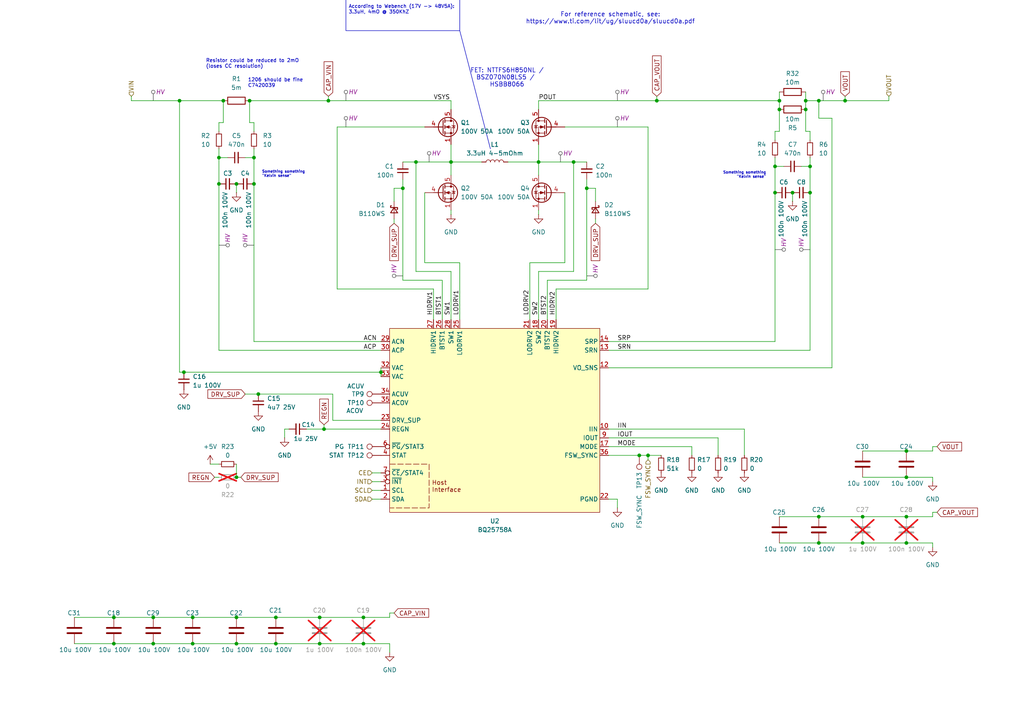
<source format=kicad_sch>
(kicad_sch (version 20231120) (generator "eeschema") (generator_version "8.0")
  (paper "A4")
  (lib_symbols
    (symbol "Connector:TestPoint" (pin_numbers hide) (pin_names (offset 0.762) hide)
      (property "Reference" "TP" (at 0 6.858 0))
      (property "Value" "TestPoint" (at 0 5.08 0))
      (symbol "TestPoint_0_1"
        (circle (center 0 3.302) (radius 0.762))
      )
      (symbol "TestPoint_1_1"
        (pin passive line (at 0 0 90) (length 2.54) (name "1") (number "1"))
      )
    )
    (symbol "Device:C" (pin_numbers hide) (pin_names (offset 0.254))
      (property "Reference" "C" (at 0.635 2.54 0))
      (property "Value" "C" (at 0.635 -2.54 0))
      (symbol "C_0_1"
        (polyline (pts (xy -2.032 -0.762) (xy 2.032 -0.762)) (stroke (width 0.508)))
        (polyline (pts (xy -2.032 0.762) (xy 2.032 0.762)) (stroke (width 0.508)))
      )
      (symbol "C_1_1"
        (pin passive line (at 0 3.81 270) (length 2.794) (name "~") (number "1"))
        (pin passive line (at 0 -3.81 90) (length 2.794) (name "~") (number "2"))
      )
    )
    (symbol "Device:C_Small" (pin_numbers hide) (pin_names (offset 0.254) hide)
      (property "Reference" "C" (at 0.254 1.778 0))
      (property "Value" "C_Small" (at 0.254 -2.032 0))
      (symbol "C_Small_0_1"
        (polyline (pts (xy -1.524 -0.508) (xy 1.524 -0.508)) (stroke (width 0.3302)))
        (polyline (pts (xy -1.524 0.508) (xy 1.524 0.508)) (stroke (width 0.3048)))
      )
      (symbol "C_Small_1_1"
        (pin passive line (at 0 2.54 270) (length 2.032) (name "~") (number "1"))
        (pin passive line (at 0 -2.54 90) (length 2.032) (name "~") (number "2"))
      )
    )
    (symbol "Device:D_Schottky_Small" (pin_numbers hide) (pin_names (offset 0.254) hide)
      (property "Reference" "D" (at -1.27 2.032 0))
      (property "Value" "D_Schottky_Small" (at -7.112 -2.032 0))
      (symbol "D_Schottky_Small_0_1"
        (polyline (pts (xy -0.762 0) (xy 0.762 0)))
        (polyline (pts (xy 0.762 -1.016) (xy -0.762 0) (xy 0.762 1.016) (xy 0.762 -1.016)) (stroke (width 0.254)))
        (polyline (pts (xy -1.27 0.762) (xy -1.27 1.016) (xy -0.762 1.016) (xy -0.762 -1.016) (xy -0.254 -1.016) (xy -0.254 -0.762)) (stroke (width 0.254)))
      )
      (symbol "D_Schottky_Small_1_1"
        (pin passive line (at -2.54 0 0) (length 1.778) (name "K") (number "1"))
        (pin passive line (at 2.54 0 180) (length 1.778) (name "A") (number "2"))
      )
    )
    (symbol "Device:L" (pin_numbers hide) (pin_names (offset 1.016) hide)
      (property "Reference" "L" (at -1.27 0 90))
      (property "Value" "L" (at 1.905 0 90))
      (symbol "L_0_1"
        (arc (start 0 -2.54) (mid 0.6323 -1.905) (end 0 -1.27))
        (arc (start 0 -1.27) (mid 0.6323 -0.635) (end 0 0))
        (arc (start 0 0) (mid 0.6323 0.635) (end 0 1.27))
        (arc (start 0 1.27) (mid 0.6323 1.905) (end 0 2.54))
      )
      (symbol "L_1_1"
        (pin passive line (at 0 3.81 270) (length 1.27) (name "1") (number "1"))
        (pin passive line (at 0 -3.81 90) (length 1.27) (name "2") (number "2"))
      )
    )
    (symbol "Device:R" (pin_numbers hide) (pin_names (offset 0))
      (property "Reference" "R" (at 2.032 0 90))
      (property "Value" "R" (at 0 0 90))
      (symbol "R_0_1"
        (rectangle (start -1.016 -2.54) (end 1.016 2.54) (stroke (width 0.254)))
      )
      (symbol "R_1_1"
        (pin passive line (at 0 3.81 270) (length 1.27) (name "~") (number "1"))
        (pin passive line (at 0 -3.81 90) (length 1.27) (name "~") (number "2"))
      )
    )
    (symbol "Device:R_Small" (pin_numbers hide) (pin_names (offset 0.254) hide)
      (property "Reference" "R" (at 0.762 0.508 0))
      (property "Value" "R_Small" (at 0.762 -1.016 0))
      (symbol "R_Small_0_1"
        (rectangle (start -0.762 1.778) (end 0.762 -1.778) (stroke (width 0.2032)))
      )
      (symbol "R_Small_1_1"
        (pin passive line (at 0 2.54 270) (length 0.762) (name "~") (number "1"))
        (pin passive line (at 0 -2.54 90) (length 0.762) (name "~") (number "2"))
      )
    )
    (symbol "LeoDJ:BQ25758A"
      (property "Reference" "U" (at -29.464 -36.068 0))
      (property "Value" "BQ25758A" (at 25.4 -36.322 0))
      (symbol "BQ25758A_0_0"
        (pin input line (at -33.02 -27.94 0) (length 2.54) (name "SCL") (number "1"))
        (pin input line (at 33.02 -10.16 180) (length 2.54) (name "IIN") (number "10"))
        (pin input line (at 33.02 7.62 180) (length 2.54) (name "VO_SNS") (number "12"))
        (pin input line (at 33.02 12.7 180) (length 2.54) (name "SRN") (number "13"))
        (pin input line (at 33.02 15.24 180) (length 2.54) (name "SRP") (number "14"))
        (pin input line (at 33.02 -15.24 180) (length 2.54) (name "MODE") (number "17"))
        (pin input line (at 12.7 21.59 270) (length 2.54) (name "SW2") (number "18"))
        (pin output line (at 17.78 21.59 270) (length 2.54) (name "HIDRV2") (number "19"))
        (pin bidirectional line (at -33.02 -30.48 0) (length 2.54) (name "SDA") (number "2"))
        (pin power_out line (at 15.24 21.59 270) (length 2.54) (name "BTST2") (number "20"))
        (pin output line (at 10.16 21.59 270) (length 2.54) (name "LODRV2") (number "21"))
        (pin power_in line (at 33.02 -30.48 180) (length 2.54) (name "PGND") (number "22"))
        (pin power_in line (at -33.02 -7.62 0) (length 2.54) (name "DRV_SUP") (number "23"))
        (pin output line (at -10.16 21.59 270) (length 2.54) (name "LODRV1") (number "25"))
        (pin power_out line (at -15.24 21.59 270) (length 2.54) (name "BTST1") (number "26"))
        (pin output line (at -17.78 21.59 270) (length 2.54) (name "HIDRV1") (number "27"))
        (pin input line (at -12.7 21.59 270) (length 2.54) (name "SW1") (number "28"))
        (pin input line (at -33.02 15.24 0) (length 2.54) (name "ACN") (number "29"))
        (pin output inverted (at -33.02 -25.4 0) (length 2.54) (name "~{INT}") (number "3"))
        (pin input line (at -33.02 12.7 0) (length 2.54) (name "ACP") (number "30"))
        (pin power_out line (at -33.02 7.62 0) (length 2.54) (name "VAC") (number "32"))
        (pin power_out line (at -33.02 5.08 0) (length 2.54) (name "VAC") (number "33"))
        (pin input line (at -33.02 0 0) (length 2.54) (name "ACUV") (number "34"))
        (pin input line (at -33.02 -2.54 0) (length 2.54) (name "ACOV") (number "35"))
        (pin input line (at 33.02 -17.78 180) (length 2.54) (name "FSW_SYNC") (number "36"))
        (pin output line (at -33.02 -17.78 0) (length 2.54) (name "STAT") (number "4"))
        (pin output inverted (at -33.02 -15.24 0) (length 2.54) (name "~{PG}/STAT3") (number "6"))
        (pin bidirectional inverted (at -33.02 -22.86 0) (length 2.54) (name "~{CE}/STAT4") (number "7"))
        (pin input line (at 33.02 -12.7 180) (length 2.54) (name "IOUT") (number "9"))
      )
      (symbol "BQ25758A_1_0"
        (pin no_connect line (at 0 -24.13 180) (length 2.54) hide (name "NC") (number "11"))
        (pin no_connect line (at 0 -26.67 180) (length 2.54) hide (name "NC") (number "15"))
        (pin no_connect line (at 0 -29.21 180) (length 2.54) hide (name "NC") (number "16"))
        (pin power_out line (at -33.02 -10.16 0) (length 2.54) (name "REGN") (number "24"))
        (pin no_connect line (at 0 -31.75 180) (length 2.54) hide (name "NC") (number "31"))
        (pin power_in line (at 33.02 -30.48 180) (length 2.54) hide (name "PAD") (number "37"))
        (pin no_connect line (at 0 -21.59 180) (length 2.54) hide (name "NC") (number "5"))
        (pin input line (at 33.02 -5.08 180) (length 2.54) hide (name "TS/NC") (number "8"))
      )
      (symbol "BQ25758A_1_1"
        (rectangle (start -30.48 19.05) (end 30.48 -34.29) (fill (type background)))
        (polyline (pts (xy -30.48 -20.32) (xy -19.05 -20.32) (xy -19.05 -33.02) (xy -30.48 -33.02)) (stroke (width 0) (type dash)))
        (text "Host\nInterface" (at -18.288 -26.67 0) (effects (font (size 1.27 1.27)) (justify left)))
      )
    )
    (symbol "LeoDJ:Q_NMOS_SSSGDDDD" (pin_names (offset 0) hide)
      (property "Reference" "Q" (at 5.08 1.27 0))
      (property "Value" "Q_NMOS_SSSGDDDD" (at 5.08 -1.27 0))
      (symbol "Q_NMOS_SSSGDDDD_0_1"
        (polyline (pts (xy 0.254 0) (xy -2.54 0)))
        (polyline (pts (xy 0.254 1.905) (xy 0.254 -1.905)) (stroke (width 0.254)))
        (polyline (pts (xy 0.762 -1.27) (xy 0.762 -2.286)) (stroke (width 0.254)))
        (polyline (pts (xy 0.762 0.508) (xy 0.762 -0.508)) (stroke (width 0.254)))
        (polyline (pts (xy 0.762 2.286) (xy 0.762 1.27)) (stroke (width 0.254)))
        (polyline (pts (xy 2.54 2.54) (xy 2.54 1.778)))
        (polyline (pts (xy 2.54 -2.54) (xy 2.54 0) (xy 0.762 0)))
        (polyline (pts (xy 0.762 -1.778) (xy 3.302 -1.778) (xy 3.302 1.778) (xy 0.762 1.778)))
        (polyline (pts (xy 1.016 0) (xy 2.032 0.381) (xy 2.032 -0.381) (xy 1.016 0)) (fill (type outline)))
        (polyline (pts (xy 2.794 0.508) (xy 2.921 0.381) (xy 3.683 0.381) (xy 3.81 0.254)))
        (polyline (pts (xy 3.302 0.381) (xy 2.921 -0.254) (xy 3.683 -0.254) (xy 3.302 0.381)))
        (circle (center 1.651 0) (radius 2.794) (stroke (width 0.254)))
        (circle (center 2.54 -1.778) (radius 0.254) (fill (type outline)))
        (circle (center 2.54 1.778) (radius 0.254) (fill (type outline)))
      )
      (symbol "Q_NMOS_SSSGDDDD_1_1"
        (pin passive line (at 2.54 -5.08 90) (length 2.54) (name "S") (number "1"))
        (pin passive line (at 2.54 -5.08 90) (length 2.54) hide (name "S") (number "2"))
        (pin passive line (at 2.54 -5.08 90) (length 2.54) hide (name "S") (number "3"))
        (pin input line (at -5.08 0 0) (length 5.08) (name "G") (number "4"))
        (pin passive line (at 2.54 5.08 270) (length 2.54) (name "D") (number "5"))
        (pin passive line (at 2.54 5.08 270) (length 2.54) hide (name "D") (number "6"))
        (pin passive line (at 2.54 5.08 270) (length 2.54) hide (name "D") (number "7"))
        (pin passive line (at 2.54 5.08 270) (length 2.54) hide (name "D") (number "8"))
      )
    )
    (symbol "power:+5V" (power) (pin_numbers hide) (pin_names (offset 0) hide)
      (property "Value" "+5V" (at 0 3.556 0))
      (symbol "+5V_0_1"
        (polyline (pts (xy -0.762 1.27) (xy 0 2.54)))
        (polyline (pts (xy 0 0) (xy 0 2.54)))
        (polyline (pts (xy 0 2.54) (xy 0.762 1.27)))
      )
      (symbol "+5V_1_1"
        (pin power_in line (at 0 0 90) (length 0) (name "~") (number "1"))
      )
    )
    (symbol "power:GND" (power) (pin_numbers hide) (pin_names (offset 0) hide)
      (property "Value" "GND" (at 0 -3.81 0))
      (symbol "GND_0_1"
        (polyline (pts (xy 0 0) (xy 0 -1.27) (xy 1.27 -1.27) (xy 0 -2.54) (xy -1.27 -1.27) (xy 0 -1.27)))
      )
      (symbol "GND_1_1"
        (pin power_in line (at 0 0 270) (length 0) (name "~") (number "1"))
      )
    )
  )
  (junction (at 95.25 29.21))
  (junction (at 250.19 157.48))
  (junction (at 80.01 186.69))
  (junction (at 233.68 29.21))
  (junction (at 68.58 138.43))
  (junction (at 237.49 157.48))
  (junction (at 55.88 179.07))
  (junction (at 93.98 124.46))
  (junction (at 234.95 48.26))
  (junction (at 226.06 31.75))
  (junction (at 44.45 179.07))
  (junction (at 64.77 29.21))
  (junction (at 170.18 54.61))
  (junction (at 52.07 29.21))
  (junction (at 33.02 179.07))
  (junction (at 262.89 157.48))
  (junction (at 63.5 45.72))
  (junction (at 44.45 186.69))
  (junction (at 156.21 46.99))
  (junction (at 233.68 31.75))
  (junction (at 68.58 179.07))
  (junction (at 116.84 54.61))
  (junction (at 130.81 46.99))
  (junction (at 224.79 48.26))
  (junction (at 68.58 53.34))
  (junction (at 237.49 149.86))
  (junction (at 105.41 186.69))
  (junction (at 120.65 46.99))
  (junction (at 166.37 46.99))
  (junction (at 185.42 132.08))
  (junction (at 55.88 186.69))
  (junction (at 262.89 149.86))
  (junction (at 237.49 29.21))
  (junction (at 33.02 186.69))
  (junction (at 92.71 186.69))
  (junction (at 72.39 29.21))
  (junction (at 68.58 186.69))
  (junction (at 80.01 179.07))
  (junction (at 73.66 53.34))
  (junction (at 245.11 29.21))
  (junction (at 229.87 55.88))
  (junction (at 73.66 45.72))
  (junction (at 105.41 179.07))
  (junction (at 74.93 114.3))
  (junction (at 262.89 130.81))
  (junction (at 187.96 132.08))
  (junction (at 234.95 55.88))
  (junction (at 224.79 55.88))
  (junction (at 53.34 107.95))
  (junction (at 190.5 29.21))
  (junction (at 262.89 138.43))
  (junction (at 92.71 179.07))
  (junction (at 63.5 53.34))
  (junction (at 226.06 29.21))
  (junction (at 250.19 149.86))
  (junction (at 110.49 107.95))
  (wire (pts (xy 176.53 127) (xy 208.28 127)))
  (wire (pts (xy 147.32 46.99) (xy 156.21 46.99)))
  (wire (pts (xy 73.66 35.56) (xy 72.39 35.56)))
  (wire (pts (xy 170.18 81.28) (xy 158.75 81.28)))
  (wire (pts (xy 176.53 124.46) (xy 215.9 124.46)))
  (wire (pts (xy 96.52 121.92) (xy 110.49 121.92)))
  (wire (pts (xy 166.37 46.99) (xy 156.21 46.99)))
  (wire (pts (xy 38.1 29.21) (xy 52.07 29.21)))
  (wire (pts (xy 110.49 101.6) (xy 63.5 101.6)))
  (wire (pts (xy 63.5 45.72) (xy 63.5 53.34)))
  (wire (pts (xy 158.75 81.28) (xy 158.75 92.71)))
  (wire (pts (xy 226.06 29.21) (xy 226.06 31.75)))
  (wire (pts (xy 63.5 138.43) (xy 62.23 138.43)))
  (wire (pts (xy 237.49 157.48) (xy 250.19 157.48)))
  (wire (pts (xy 234.95 45.72) (xy 234.95 48.26)))
  (wire (pts (xy 64.77 29.21) (xy 64.77 35.56)))
  (wire (pts (xy 73.66 53.34) (xy 73.66 99.06)))
  (wire (pts (xy 123.19 76.2) (xy 123.19 55.88)))
  (wire (pts (xy 250.19 130.81) (xy 262.89 130.81)))
  (wire (pts (xy 97.79 83.82) (xy 97.79 36.83)))
  (wire (pts (xy 163.83 76.2) (xy 163.83 55.88)))
  (wire (pts (xy 241.3 106.68) (xy 241.3 34.29)))
  (wire (pts (xy 156.21 29.21) (xy 190.5 29.21)))
  (wire (pts (xy 116.84 54.61) (xy 116.84 52.07)))
  (wire (pts (xy 233.68 26.67) (xy 233.68 29.21)))
  (wire (pts (xy 232.41 48.26) (xy 234.95 48.26)))
  (wire (pts (xy 105.41 179.07) (xy 113.03 179.07)))
  (wire (pts (xy 224.79 40.64) (xy 224.79 38.1)))
  (wire (pts (xy 69.85 138.43) (xy 68.58 138.43)))
  (wire (pts (xy 250.19 149.86) (xy 262.89 149.86)))
  (wire (pts (xy 130.81 78.74) (xy 130.81 92.71)))
  (wire (pts (xy 233.68 29.21) (xy 237.49 29.21)))
  (wire (pts (xy 166.37 46.99) (xy 170.18 46.99)))
  (wire (pts (xy 38.1 27.94) (xy 38.1 29.21)))
  (wire (pts (xy 68.58 134.62) (xy 68.58 138.43)))
  (wire (pts (xy 93.98 124.46) (xy 110.49 124.46)))
  (wire (pts (xy 133.35 76.2) (xy 123.19 76.2)))
  (wire (pts (xy 237.49 29.21) (xy 237.49 34.29)))
  (wire (pts (xy 72.39 29.21) (xy 95.25 29.21)))
  (wire (pts (xy 68.58 179.07) (xy 80.01 179.07)))
  (wire (pts (xy 226.06 31.75) (xy 226.06 38.1)))
  (wire (pts (xy 172.72 58.42) (xy 172.72 54.61)))
  (wire (pts (xy 245.11 27.94) (xy 245.11 29.21)))
  (wire (pts (xy 82.55 124.46) (xy 82.55 127)))
  (wire (pts (xy 170.18 54.61) (xy 170.18 52.07)))
  (wire (pts (xy 53.34 107.95) (xy 110.49 107.95)))
  (wire (pts (xy 179.07 144.78) (xy 179.07 147.32)))
  (wire (pts (xy 110.49 106.68) (xy 110.49 107.95)))
  (wire (pts (xy 97.79 36.83) (xy 123.19 36.83)))
  (wire (pts (xy 224.79 48.26) (xy 224.79 55.88)))
  (wire (pts (xy 107.95 144.78) (xy 110.49 144.78)))
  (wire (pts (xy 156.21 62.23) (xy 156.21 60.96)))
  (wire (pts (xy 120.65 78.74) (xy 120.65 46.99)))
  (wire (pts (xy 176.53 106.68) (xy 241.3 106.68)))
  (wire (pts (xy 114.3 54.61) (xy 116.84 54.61)))
  (wire (pts (xy 107.95 137.16) (xy 110.49 137.16)))
  (wire (pts (xy 133.35 76.2) (xy 133.35 92.71)))
  (wire (pts (xy 226.06 149.86) (xy 237.49 149.86)))
  (wire (pts (xy 73.66 43.18) (xy 73.66 45.72)))
  (wire (pts (xy 224.79 45.72) (xy 224.79 48.26)))
  (wire (pts (xy 63.5 53.34) (xy 63.5 101.6)))
  (wire (pts (xy 156.21 41.91) (xy 156.21 46.99)))
  (wire (pts (xy 80.01 179.07) (xy 92.71 179.07)))
  (wire (pts (xy 73.66 38.1) (xy 73.66 35.56)))
  (polyline (pts (xy 142.24 43.18) (xy 133.35 8.89)))
  (wire (pts (xy 241.3 34.29) (xy 237.49 34.29)))
  (wire (pts (xy 200.66 129.54) (xy 200.66 132.08)))
  (wire (pts (xy 215.9 124.46) (xy 215.9 132.08)))
  (wire (pts (xy 176.53 132.08) (xy 185.42 132.08)))
  (wire (pts (xy 82.55 124.46) (xy 83.82 124.46)))
  (wire (pts (xy 53.34 107.95) (xy 52.07 107.95)))
  (wire (pts (xy 114.3 64.77) (xy 114.3 63.5)))
  (wire (pts (xy 270.51 138.43) (xy 262.89 138.43)))
  (wire (pts (xy 250.19 157.48) (xy 262.89 157.48)))
  (wire (pts (xy 71.12 45.72) (xy 73.66 45.72)))
  (wire (pts (xy 72.39 29.21) (xy 72.39 35.56)))
  (wire (pts (xy 55.88 186.69) (xy 68.58 186.69)))
  (wire (pts (xy 52.07 29.21) (xy 64.77 29.21)))
  (wire (pts (xy 187.96 133.35) (xy 187.96 132.08)))
  (wire (pts (xy 166.37 78.74) (xy 166.37 46.99)))
  (wire (pts (xy 55.88 179.07) (xy 68.58 179.07)))
  (wire (pts (xy 128.27 81.28) (xy 128.27 92.71)))
  (wire (pts (xy 73.66 99.06) (xy 110.49 99.06)))
  (wire (pts (xy 130.81 78.74) (xy 120.65 78.74)))
  (wire (pts (xy 187.96 36.83) (xy 187.96 83.82)))
  (wire (pts (xy 234.95 40.64) (xy 234.95 38.1)))
  (wire (pts (xy 113.03 177.8) (xy 114.3 177.8)))
  (wire (pts (xy 44.45 179.07) (xy 55.88 179.07)))
  (wire (pts (xy 96.52 114.3) (xy 96.52 121.92)))
  (wire (pts (xy 172.72 64.77) (xy 172.72 63.5)))
  (wire (pts (xy 130.81 41.91) (xy 130.81 46.99)))
  (wire (pts (xy 107.95 142.24) (xy 110.49 142.24)))
  (wire (pts (xy 163.83 36.83) (xy 187.96 36.83)))
  (wire (pts (xy 130.81 62.23) (xy 130.81 60.96)))
  (wire (pts (xy 60.96 134.62) (xy 63.5 134.62)))
  (wire (pts (xy 172.72 54.61) (xy 170.18 54.61)))
  (wire (pts (xy 226.06 157.48) (xy 237.49 157.48)))
  (wire (pts (xy 63.5 35.56) (xy 64.77 35.56)))
  (wire (pts (xy 95.25 29.21) (xy 130.81 29.21)))
  (wire (pts (xy 21.59 179.07) (xy 33.02 179.07)))
  (wire (pts (xy 93.98 123.19) (xy 93.98 124.46)))
  (wire (pts (xy 226.06 26.67) (xy 226.06 29.21)))
  (wire (pts (xy 234.95 55.88) (xy 234.95 101.6)))
  (wire (pts (xy 176.53 99.06) (xy 224.79 99.06)))
  (wire (pts (xy 110.49 107.95) (xy 110.49 109.22)))
  (wire (pts (xy 234.95 48.26) (xy 234.95 55.88)))
  (wire (pts (xy 63.5 38.1) (xy 63.5 35.56)))
  (wire (pts (xy 33.02 179.07) (xy 44.45 179.07)))
  (wire (pts (xy 262.89 149.86) (xy 270.51 149.86)))
  (wire (pts (xy 95.25 27.94) (xy 95.25 29.21)))
  (wire (pts (xy 270.51 130.81) (xy 262.89 130.81)))
  (wire (pts (xy 97.79 83.82) (xy 125.73 83.82)))
  (wire (pts (xy 224.79 55.88) (xy 224.79 99.06)))
  (wire (pts (xy 52.07 29.21) (xy 52.07 107.95)))
  (wire (pts (xy 270.51 139.7) (xy 270.51 138.43)))
  (wire (pts (xy 63.5 45.72) (xy 66.04 45.72)))
  (wire (pts (xy 80.01 186.69) (xy 92.71 186.69)))
  (wire (pts (xy 92.71 179.07) (xy 105.41 179.07)))
  (wire (pts (xy 270.51 148.59) (xy 270.51 149.86)))
  (wire (pts (xy 153.67 76.2) (xy 163.83 76.2)))
  (wire (pts (xy 229.87 55.88) (xy 229.87 58.42)))
  (wire (pts (xy 270.51 148.59) (xy 271.78 148.59)))
  (wire (pts (xy 74.93 114.3) (xy 96.52 114.3)))
  (wire (pts (xy 156.21 78.74) (xy 166.37 78.74)))
  (wire (pts (xy 114.3 58.42) (xy 114.3 54.61)))
  (wire (pts (xy 73.66 45.72) (xy 73.66 53.34)))
  (wire (pts (xy 270.51 157.48) (xy 270.51 158.75)))
  (wire (pts (xy 237.49 29.21) (xy 245.11 29.21)))
  (wire (pts (xy 68.58 53.34) (xy 68.58 55.88)))
  (wire (pts (xy 187.96 132.08) (xy 191.77 132.08)))
  (wire (pts (xy 116.84 46.99) (xy 120.65 46.99)))
  (wire (pts (xy 208.28 127) (xy 208.28 132.08)))
  (wire (pts (xy 190.5 29.21) (xy 226.06 29.21)))
  (wire (pts (xy 270.51 129.54) (xy 270.51 130.81)))
  (wire (pts (xy 88.9 124.46) (xy 93.98 124.46)))
  (wire (pts (xy 237.49 149.86) (xy 250.19 149.86)))
  (wire (pts (xy 156.21 29.21) (xy 156.21 31.75)))
  (wire (pts (xy 234.95 101.6) (xy 176.53 101.6)))
  (wire (pts (xy 156.21 46.99) (xy 156.21 50.8)))
  (wire (pts (xy 161.29 83.82) (xy 161.29 92.71)))
  (wire (pts (xy 44.45 186.69) (xy 55.88 186.69)))
  (wire (pts (xy 107.95 139.7) (xy 110.49 139.7)))
  (wire (pts (xy 176.53 129.54) (xy 200.66 129.54)))
  (wire (pts (xy 170.18 54.61) (xy 170.18 81.28)))
  (wire (pts (xy 125.73 83.82) (xy 125.73 92.71)))
  (wire (pts (xy 234.95 38.1) (xy 233.68 38.1)))
  (wire (pts (xy 130.81 50.8) (xy 130.81 46.99)))
  (wire (pts (xy 120.65 46.99) (xy 130.81 46.99)))
  (wire (pts (xy 190.5 27.94) (xy 190.5 29.21)))
  (wire (pts (xy 113.03 177.8) (xy 113.03 179.07)))
  (wire (pts (xy 245.11 29.21) (xy 257.81 29.21)))
  (wire (pts (xy 176.53 144.78) (xy 179.07 144.78)))
  (wire (pts (xy 113.03 186.69) (xy 113.03 189.23)))
  (wire (pts (xy 250.19 138.43) (xy 262.89 138.43)))
  (wire (pts (xy 116.84 81.28) (xy 128.27 81.28)))
  (wire (pts (xy 33.02 186.69) (xy 44.45 186.69)))
  (wire (pts (xy 233.68 29.21) (xy 233.68 31.75)))
  (wire (pts (xy 270.51 129.54) (xy 271.78 129.54)))
  (wire (pts (xy 156.21 78.74) (xy 156.21 92.71)))
  (wire (pts (xy 116.84 54.61) (xy 116.84 81.28)))
  (wire (pts (xy 185.42 132.08) (xy 187.96 132.08)))
  (wire (pts (xy 21.59 186.69) (xy 33.02 186.69)))
  (wire (pts (xy 161.29 83.82) (xy 187.96 83.82)))
  (wire (pts (xy 262.89 157.48) (xy 270.51 157.48)))
  (wire (pts (xy 233.68 31.75) (xy 233.68 38.1)))
  (wire (pts (xy 153.67 76.2) (xy 153.67 92.71)))
  (wire (pts (xy 130.81 46.99) (xy 139.7 46.99)))
  (wire (pts (xy 224.79 38.1) (xy 226.06 38.1)))
  (wire (pts (xy 63.5 43.18) (xy 63.5 45.72)))
  (wire (pts (xy 71.12 114.3) (xy 74.93 114.3)))
  (wire (pts (xy 92.71 186.69) (xy 105.41 186.69)))
  (wire (pts (xy 224.79 48.26) (xy 227.33 48.26)))
  (wire (pts (xy 257.81 29.21) (xy 257.81 27.94)))
  (wire (pts (xy 105.41 186.69) (xy 113.03 186.69)))
  (wire (pts (xy 68.58 186.69) (xy 80.01 186.69)))
  (wire (pts (xy 130.81 31.75) (xy 130.81 29.21)))
  (text_box "10uH, 22mO, datasheet recomm'd\nWebench:\n10uH, 13mO @ ~350kHz\n6.8uH, 14mO @ ~550kHz\n\nAccording to Webench (17V -> 48V5A):\n3.3uH, 4mO @ 350KhZ" (at 100.33 -7.62 0) (size 33.02 16.51) (effects (font (size 1 1)) (justify left top)))
  (text "FET: NTTFS6H850NL /\nBSZ070N08LS5 / \nHSBB8066" (at 147.066 22.606 0) (effects (font (size 1.27 1.27))))
  (text "Something something\n\"Kelvin sense\"" (at 222.25 50.8 0) (effects (font (size 0.762 0.762)) (justify right)))
  (text "1206 should be fine\nC7420039" (at 71.882 24.13 0) (effects (font (size 1.016 1.016)) (justify left)))
  (text "Resistor could be reduced to 2mO\n(loses CC resolution)" (at 59.69 18.542 0) (effects (font (size 1.016 1.016)) (justify left)))
  (text "Something something\n\"Kelvin sense\"" (at 75.946 50.546 0) (effects (font (size 0.762 0.762)) (justify left)))
  (text "For reference schematic, see:\nhttps://www.ti.com/lit/ug/sluucd0a/sluucd0a.pdf" (at 177.038 5.334 0) (effects (font (size 1.27 1.27))))
  (label "HIDRV1" (at 125.73 91.44 90))
  (label "LODRV2" (at 153.67 91.44 90))
  (label "ACP" (at 105.41 101.6 0))
  (label "VSYS" (at 125.73 29.21 0))
  (label "IIN" (at 179.07 124.46 0))
  (label "SW1" (at 130.81 91.44 90))
  (label "POUT" (at 156.21 29.21 0))
  (label "MODE" (at 179.07 129.54 0))
  (label "HIDRV2" (at 161.29 91.44 90))
  (label "SW2" (at 156.21 91.44 90))
  (label "SRP" (at 179.07 99.06 0))
  (label "ACN" (at 105.41 99.06 0))
  (label "BTST1" (at 128.27 91.44 90))
  (label "LODRV1" (at 133.35 91.44 90))
  (label "IOUT" (at 179.07 127 0))
  (label "BTST2" (at 158.75 91.44 90))
  (label "SRN" (at 179.07 101.6 0))
  (global_label "CAP_VIN" (shape input) (at 114.3 177.8 0) (property "Intersheetrefs" "${INTERSHEET_REFS}" (effects (hide yes))))
  (global_label "VOUT" (shape input) (at 245.11 27.94 90) (property "Intersheetrefs" "${INTERSHEET_REFS}" (effects (hide yes))))
  (global_label "CAP_VOUT" (shape input) (at 190.5 27.94 90) (property "Intersheetrefs" "${INTERSHEET_REFS}" (effects (hide yes))))
  (global_label "DRV_SUP" (shape input) (at 172.72 64.77 270) (property "Intersheetrefs" "${INTERSHEET_REFS}" (effects (hide yes))))
  (global_label "DRV_SUP" (shape input) (at 69.85 138.43 0) (property "Intersheetrefs" "${INTERSHEET_REFS}" (effects (hide yes))))
  (global_label "DRV_SUP" (shape input) (at 114.3 64.77 270) (property "Intersheetrefs" "${INTERSHEET_REFS}" (effects (hide yes))))
  (global_label "CAP_VOUT" (shape input) (at 271.78 148.59 0) (property "Intersheetrefs" "${INTERSHEET_REFS}" (effects (hide yes))))
  (global_label "DRV_SUP" (shape input) (at 71.12 114.3 180) (property "Intersheetrefs" "${INTERSHEET_REFS}" (effects (hide yes))))
  (global_label "REGN" (shape input) (at 93.98 123.19 90) (property "Intersheetrefs" "${INTERSHEET_REFS}" (effects (hide yes))))
  (global_label "REGN" (shape input) (at 62.23 138.43 180) (property "Intersheetrefs" "${INTERSHEET_REFS}" (effects (hide yes))))
  (global_label "CAP_VIN" (shape input) (at 95.25 27.94 90) (property "Intersheetrefs" "${INTERSHEET_REFS}" (effects (hide yes))))
  (global_label "VOUT" (shape input) (at 271.78 129.54 0) (property "Intersheetrefs" "${INTERSHEET_REFS}" (effects (hide yes))))
  (hierarchical_label "CE" (shape input) (at 107.95 137.16 180))
  (hierarchical_label "SDA" (shape input) (at 107.95 144.78 180))
  (hierarchical_label "VOUT" (shape input) (at 257.81 27.94 90))
  (hierarchical_label "INT" (shape input) (at 107.95 139.7 180))
  (hierarchical_label "VIN" (shape input) (at 38.1 27.94 90))
  (hierarchical_label "FSW_SYNC" (shape input) (at 187.96 133.35 270))
  (hierarchical_label "SCL" (shape input) (at 107.95 142.24 180))
  (netclass_flag "" (length 2.54) (shape round) (at 179.07 36.83 0) (property "Netclass" "HV" (at 179.7685 34.29 0) (effects (font (italic yes)) (justify left))))
  (netclass_flag "" (length 2.54) (shape round) (at 116.84 80.01 90) (property "Netclass" "HV" (at 114.3 79.3115 90) (effects (font (italic yes)) (justify left))))
  (netclass_flag "" (length 2.54) (shape round) (at 124.46 46.99 0) (property "Netclass" "HV" (at 125.1585 44.45 0) (effects (font (italic yes)) (justify left))))
  (netclass_flag "" (length 2.54) (shape round) (at 100.33 29.21 0) (property "Netclass" "HV" (at 101.0285 26.67 0) (effects (font (italic yes)) (justify left))))
  (netclass_flag "" (length 2.54) (shape round) (at 234.95 72.39 90) (property "Netclass" "HV" (at 232.41 71.6915 90) (effects (font (italic yes)) (justify left))))
  (netclass_flag "" (length 2.54) (shape round) (at 224.79 72.39 270) (property "Netclass" "HV" (at 227.33 71.6915 90) (effects (font (italic yes)) (justify left))))
  (netclass_flag "" (length 2.54) (shape round) (at 162.56 46.99 0) (property "Netclass" "HV" (at 163.2585 44.45 0) (effects (font (italic yes)) (justify left))))
  (netclass_flag "" (length 2.54) (shape round) (at 179.07 29.21 0) (property "Netclass" "HV" (at 179.7685 26.67 0) (effects (font (italic yes)) (justify left))))
  (netclass_flag "" (length 2.54) (shape round) (at 44.45 29.21 0) (property "Netclass" "HV" (at 45.1485 26.67 0) (effects (font (italic yes)) (justify left))))
  (netclass_flag "" (length 2.54) (shape round) (at 63.5 71.12 270) (property "Netclass" "HV" (at 66.04 70.4215 90) (effects (font (italic yes)) (justify left))))
  (netclass_flag "" (length 2.54) (shape round) (at 73.66 71.12 90) (property "Netclass" "HV" (at 71.12 70.4215 90) (effects (font (italic yes)) (justify left))))
  (netclass_flag "" (length 2.54) (shape round) (at 100.33 36.83 0) (property "Netclass" "HV" (at 101.0285 34.29 0) (effects (font (italic yes)) (justify left))))
  (netclass_flag "" (length 2.54) (shape round) (at 238.76 29.21 0) (property "Netclass" "HV" (at 239.4585 26.67 0) (effects (font (italic yes)) (justify left))))
  (netclass_flag "" (length 2.54) (shape round) (at 170.18 80.01 270) (property "Netclass" "HV" (at 172.72 79.3115 90) (effects (font (italic yes)) (justify left))))
  (symbol (lib_id "Device:C_Small") (at 68.58 45.72 90) (unit 1)
    (property "Reference" "C5" (at 68.5863 39.37 90))
    (property "Value" "470n" (at 68.5863 41.91 90))
    (property "Footprint" "Capacitor_SMD:C_0402_1005Metric" (effects (hide yes)))
    (property "Description" "Unpolarized capacitor, small symbol" (effects (hide yes)))
  )
  (symbol (lib_id "Connector:TestPoint") (at 110.49 116.84 90) (unit 1)
    (property "Reference" "TP10" (at 105.664 116.84 90) (effects (justify left)))
    (property "Value" "ACOV" (at 105.41 119.126 90) (effects (justify left)))
    (property "Footprint" "TestPoint:TestPoint_Pad_D1.0mm" (effects (hide yes)))
    (property "Description" "test point" (effects (hide yes)))
  )
  (symbol (lib_id "Device:C") (at 44.45 182.88 0) (unit 1)
    (property "Reference" "C29" (at 42.418 177.8 0) (effects (justify left)))
    (property "Value" "10u 100V" (at 44.704 188.468 0))
    (property "Footprint" "Capacitor_SMD:C_1210_3225Metric" (effects (hide yes)))
    (property "Description" "Unpolarized capacitor" (effects (hide yes)))
    (property "LCSC Part" "C576517" (effects (hide yes)))
  )
  (symbol (lib_id "power:GND") (at 113.03 189.23 0) (unit 1)
    (property "Reference" "#PWR05" (effects (hide yes)))
    (property "Value" "GND" (at 113.03 194.31 0))
    (property "Description" "Power symbol creates a global label with name \"GND\" , ground" (effects (hide yes)))
  )
  (symbol (lib_id "Connector:TestPoint") (at 110.49 132.08 90) (unit 1)
    (property "Reference" "TP12" (at 105.664 132.08 90) (effects (justify left)))
    (property "Value" "STAT" (at 99.822 132.08 90) (effects (justify left)))
    (property "Footprint" "TestPoint:TestPoint_Pad_D1.0mm" (effects (hide yes)))
    (property "Description" "test point" (effects (hide yes)))
  )
  (symbol (lib_id "Device:R_Small") (at 66.04 138.43 270) (unit 1) (dnp yes)
    (property "Reference" "R22" (at 66.04 143.51 90))
    (property "Value" "0" (at 66.04 140.97 90))
    (property "Footprint" "Resistor_SMD:R_0402_1005Metric" (effects (hide yes)))
    (property "Description" "Resistor, small symbol" (effects (hide yes)))
  )
  (symbol (lib_id "power:GND") (at 200.66 137.16 0) (unit 1)
    (property "Reference" "#PWR070" (effects (hide yes)))
    (property "Value" "GND" (at 200.66 142.24 0))
    (property "Description" "Power symbol creates a global label with name \"GND\" , ground" (effects (hide yes)))
  )
  (symbol (lib_id "power:GND") (at 68.58 55.88 0) (unit 1)
    (property "Reference" "#PWR063" (effects (hide yes)))
    (property "Value" "GND" (at 68.58 60.96 0))
    (property "Description" "Power symbol creates a global label with name \"GND\" , ground" (effects (hide yes)))
  )
  (symbol (lib_id "Device:C_Small") (at 74.93 116.84 0) (unit 1)
    (property "Reference" "C15" (at 77.47 115.5762 0) (effects (justify left)))
    (property "Value" "4u7 25V" (at 77.47 118.1162 0) (effects (justify left)))
    (property "Footprint" "Capacitor_SMD:C_0402_1005Metric" (effects (hide yes)))
    (property "Description" "Unpolarized capacitor, small symbol" (effects (hide yes)))
  )
  (symbol (lib_id "Device:C") (at 21.59 182.88 0) (unit 1)
    (property "Reference" "C31" (at 19.558 177.8 0) (effects (justify left)))
    (property "Value" "10u 100V" (at 21.844 188.468 0))
    (property "Footprint" "Capacitor_SMD:C_1210_3225Metric" (effects (hide yes)))
    (property "Description" "Unpolarized capacitor" (effects (hide yes)))
    (property "LCSC Part" "C576517" (effects (hide yes)))
  )
  (symbol (lib_id "power:GND") (at 82.55 127 0) (unit 1)
    (property "Reference" "#PWR065" (effects (hide yes)))
    (property "Value" "GND" (at 82.55 132.08 0))
    (property "Description" "Power symbol creates a global label with name \"GND\" , ground" (effects (hide yes)))
  )
  (symbol (lib_id "Device:C_Small") (at 66.04 53.34 90) (unit 1)
    (property "Reference" "C3" (at 66.04 50.292 90))
    (property "Value" "100n 100V" (at 65.278 60.96 0))
    (property "Footprint" "Capacitor_SMD:C_0402_1005Metric" (effects (hide yes)))
    (property "Description" "Unpolarized capacitor, small symbol" (effects (hide yes)))
  )
  (symbol (lib_id "power:GND") (at 130.81 62.23 0) (unit 1)
    (property "Reference" "#PWR066" (effects (hide yes)))
    (property "Value" "GND" (at 130.81 67.31 0))
    (property "Description" "Power symbol creates a global label with name \"GND\" , ground" (effects (hide yes)))
  )
  (symbol (lib_id "power:+5V") (at 60.96 134.62 0) (unit 1)
    (property "Reference" "#PWR062" (effects (hide yes)))
    (property "Value" "+5V" (at 60.96 129.54 0))
    (property "Description" "Power symbol creates a global label with name \"+5V\"" (effects (hide yes)))
  )
  (symbol (lib_id "Device:C") (at 262.89 153.67 0) (unit 1) (in_bom no) (dnp yes)
    (property "Reference" "C28" (at 260.858 147.828 0) (effects (justify left)))
    (property "Value" "100n 100V" (at 262.89 159.258 0))
    (property "Footprint" "Capacitor_SMD:C_0402_1005Metric" (effects (hide yes)))
    (property "Description" "Unpolarized capacitor" (effects (hide yes)))
  )
  (symbol (lib_id "Device:C_Small") (at 86.36 124.46 270) (unit 1)
    (property "Reference" "C14" (at 89.408 123.19 90))
    (property "Value" "1u 25V" (at 88.646 127.254 90))
    (property "Footprint" "Capacitor_SMD:C_0402_1005Metric" (effects (hide yes)))
    (property "Description" "Unpolarized capacitor, small symbol" (effects (hide yes)))
  )
  (symbol (lib_id "Device:L") (at 143.51 46.99 90) (unit 1)
    (property "Reference" "L1" (at 143.51 41.91 90))
    (property "Value" "3.3uH 4-5mOhm" (at 143.51 44.45 90))
    (property "Footprint" "Inductor_SMD:L_Chilisin_BMRF00171770" (effects (hide yes)))
    (property "Datasheet" "https://www.lcsc.com/datasheet/lcsc_datasheet_2410121459_SXN-Shun-Xiang-Nuo-Elec-SMMS1770-3R3M_C2976964.pdf" (effects (hide yes)))
    (property "Description" "Inductor" (effects (hide yes)))
    (property "LCSC Part" "C2976964" (effects (hide yes)))
  )
  (symbol (lib_id "Device:R") (at 229.87 26.67 270) (mirror x) (unit 1)
    (property "Reference" "R32" (at 229.87 21.336 90))
    (property "Value" "10m" (at 229.87 23.876 90))
    (property "Footprint" "Resistor_SMD:R_1206_3216Metric" (effects (hide yes)))
    (property "Description" "Resistor" (effects (hide yes)))
    (property "LCSC Part" " C7467248" (effects (hide yes)))
  )
  (symbol (lib_id "Device:D_Schottky_Small") (at 114.3 60.96 90) (mirror x) (unit 1)
    (property "Reference" "D1" (at 111.76 59.4359 90) (effects (justify left)))
    (property "Value" "B110WS" (at 111.76 61.9759 90) (effects (justify left)))
    (property "Footprint" "Diode_SMD:D_SOD-323" (effects (hide yes)))
    (property "Datasheet" "https://www.lcsc.com/datasheet/lcsc_datasheet_2409302201_BORN-B110WS_C7461125.pdf" (effects (hide yes)))
    (property "Description" "Schottky diode, small symbol" (effects (hide yes)))
    (property "LCSC Part" "C7461125" (effects (hide yes)))
  )
  (symbol (lib_id "power:GND") (at 215.9 137.16 0) (unit 1)
    (property "Reference" "#PWR072" (effects (hide yes)))
    (property "Value" "GND" (at 215.9 142.24 0))
    (property "Description" "Power symbol creates a global label with name \"GND\" , ground" (effects (hide yes)))
  )
  (symbol (lib_id "Device:C_Small") (at 170.18 49.53 180) (unit 1)
    (property "Reference" "C2" (at 172.72 48.2535 0) (effects (justify right)))
    (property "Value" "100n" (at 172.72 50.7935 0) (effects (justify right)))
    (property "Footprint" "Capacitor_SMD:C_0402_1005Metric" (effects (hide yes)))
    (property "Description" "Unpolarized capacitor, small symbol" (effects (hide yes)))
  )
  (symbol (lib_id "Device:C") (at 33.02 182.88 0) (unit 1)
    (property "Reference" "C18" (at 30.988 177.8 0) (effects (justify left)))
    (property "Value" "10u 100V" (at 33.274 188.468 0))
    (property "Footprint" "Capacitor_SMD:C_1210_3225Metric" (effects (hide yes)))
    (property "Description" "Unpolarized capacitor" (effects (hide yes)))
    (property "LCSC Part" "C576517" (effects (hide yes)))
  )
  (symbol (lib_id "LeoDJ:Q_NMOS_SSSGDDDD") (at 128.27 36.83 0) (unit 1)
    (property "Reference" "Q1" (at 133.604 35.56 0) (effects (justify left)))
    (property "Value" "100V 50A" (at 133.604 38.1 0) (effects (justify left)))
    (property "Footprint" "Package_SON:Diodes_PowerDI3333-8" (effects (hide yes)))
    (property "Datasheet" "https://www.lcsc.com/datasheet/lcsc_datasheet_2410121807_Infineon-Technologies-BSZ070N08LS5_C534678.pdf" (effects (hide yes)))
    (property "Description" "N-MOSFET transistor, source/gate/drain" (effects (hide yes)))
    (property "LCSC Part" "C534678" (effects (hide yes)))
  )
  (symbol (lib_id "LeoDJ:Q_NMOS_SSSGDDDD") (at 158.75 55.88 0) (mirror y) (unit 1)
    (property "Reference" "Q4" (at 153.67 54.61 0) (effects (justify left)))
    (property "Value" "100V 50A" (at 153.67 57.15 0) (effects (justify left)))
    (property "Footprint" "Package_SON:Diodes_PowerDI3333-8" (effects (hide yes)))
    (property "Datasheet" "https://www.lcsc.com/datasheet/lcsc_datasheet_2410121807_Infineon-Technologies-BSZ070N08LS5_C534678.pdf" (effects (hide yes)))
    (property "Description" "N-MOSFET transistor, source/gate/drain" (effects (hide yes)))
    (property "LCSC Part" "C534678" (effects (hide yes)))
  )
  (symbol (lib_id "Device:R") (at 68.58 29.21 90) (unit 1)
    (property "Reference" "R1" (at 68.58 22.86 90))
    (property "Value" "5m" (at 68.58 25.4 90))
    (property "Footprint" "Resistor_SMD:R_1206_3216Metric" (effects (hide yes)))
    (property "Description" "Resistor" (effects (hide yes)))
    (property "LCSC Part" "C7420039" (effects (hide yes)))
  )
  (symbol (lib_id "Device:R_Small") (at 224.79 43.18 0) (unit 1)
    (property "Reference" "R4" (at 222.25 41.9099 0) (effects (justify right)))
    (property "Value" "10" (at 222.25 44.4499 0) (effects (justify right)))
    (property "Footprint" "Resistor_SMD:R_0402_1005Metric" (effects (hide yes)))
    (property "Description" "Resistor, small symbol" (effects (hide yes)))
  )
  (symbol (lib_id "power:GND") (at 229.87 58.42 0) (unit 1)
    (property "Reference" "#PWR073" (effects (hide yes)))
    (property "Value" "GND" (at 229.87 63.5 0))
    (property "Description" "Power symbol creates a global label with name \"GND\" , ground" (effects (hide yes)))
  )
  (symbol (lib_id "Device:R_Small") (at 215.9 134.62 0) (unit 1)
    (property "Reference" "R20" (at 217.424 133.35 0) (effects (justify left)))
    (property "Value" "0" (at 217.424 135.89 0) (effects (justify left)))
    (property "Footprint" "Resistor_SMD:R_0402_1005Metric" (effects (hide yes)))
    (property "Description" "Resistor, small symbol" (effects (hide yes)))
  )
  (symbol (lib_id "power:GND") (at 179.07 147.32 0) (unit 1)
    (property "Reference" "#PWR068" (effects (hide yes)))
    (property "Value" "GND" (at 179.07 152.4 0))
    (property "Description" "Power symbol creates a global label with name \"GND\" , ground" (effects (hide yes)))
  )
  (symbol (lib_id "Device:C") (at 55.88 182.88 0) (unit 1)
    (property "Reference" "C23" (at 53.848 177.8 0) (effects (justify left)))
    (property "Value" "10u 100V" (at 56.134 188.468 0))
    (property "Footprint" "Capacitor_SMD:C_1210_3225Metric" (effects (hide yes)))
    (property "Description" "Unpolarized capacitor" (effects (hide yes)))
    (property "LCSC Part" "C576517" (effects (hide yes)))
  )
  (symbol (lib_id "power:GND") (at 74.93 119.38 0) (unit 1)
    (property "Reference" "#PWR064" (effects (hide yes)))
    (property "Value" "GND" (at 74.93 124.46 0))
    (property "Description" "Power symbol creates a global label with name \"GND\" , ground" (effects (hide yes)))
  )
  (symbol (lib_id "Device:R_Small") (at 66.04 134.62 270) (mirror x) (unit 1)
    (property "Reference" "R23" (at 66.04 129.54 90))
    (property "Value" "0" (at 66.04 132.08 90))
    (property "Footprint" "Resistor_SMD:R_0402_1005Metric" (effects (hide yes)))
    (property "Description" "Resistor, small symbol" (effects (hide yes)))
  )
  (symbol (lib_id "LeoDJ:Q_NMOS_SSSGDDDD") (at 128.27 55.88 0) (unit 1)
    (property "Reference" "Q2" (at 133.604 54.61 0) (effects (justify left)))
    (property "Value" "100V 50A" (at 133.604 57.15 0) (effects (justify left)))
    (property "Footprint" "Package_SON:Diodes_PowerDI3333-8" (effects (hide yes)))
    (property "Datasheet" "https://www.lcsc.com/datasheet/lcsc_datasheet_2410121807_Infineon-Technologies-BSZ070N08LS5_C534678.pdf" (effects (hide yes)))
    (property "Description" "N-MOSFET transistor, source/gate/drain" (effects (hide yes)))
    (property "LCSC Part" "C534678" (effects (hide yes)))
  )
  (symbol (lib_id "Device:C_Small") (at 227.33 55.88 90) (unit 1)
    (property "Reference" "C6" (at 227.33 52.832 90))
    (property "Value" "100n 100V" (at 226.568 63.5 0))
    (property "Footprint" "Capacitor_SMD:C_0402_1005Metric" (effects (hide yes)))
    (property "Description" "Unpolarized capacitor, small symbol" (effects (hide yes)))
  )
  (symbol (lib_id "Device:C") (at 237.49 153.67 0) (unit 1)
    (property "Reference" "C26" (at 235.458 147.828 0) (effects (justify left)))
    (property "Value" "10u 100V" (at 237.49 159.258 0))
    (property "Footprint" "Capacitor_SMD:C_1210_3225Metric" (effects (hide yes)))
    (property "Description" "Unpolarized capacitor" (effects (hide yes)))
    (property "LCSC Part" "C576517" (effects (hide yes)))
  )
  (symbol (lib_id "Device:C_Small") (at 116.84 49.53 0) (mirror x) (unit 1)
    (property "Reference" "C1" (at 114.3 48.2535 0) (effects (justify right)))
    (property "Value" "100n" (at 114.3 50.7935 0) (effects (justify right)))
    (property "Footprint" "Capacitor_SMD:C_0402_1005Metric" (effects (hide yes)))
    (property "Description" "Unpolarized capacitor, small symbol" (effects (hide yes)))
  )
  (symbol (lib_id "power:GND") (at 191.77 137.16 0) (unit 1)
    (property "Reference" "#PWR069" (effects (hide yes)))
    (property "Value" "GND" (at 191.77 142.24 0))
    (property "Description" "Power symbol creates a global label with name \"GND\" , ground" (effects (hide yes)))
  )
  (symbol (lib_id "Device:R_Small") (at 63.5 40.64 0) (unit 1)
    (property "Reference" "R2" (at 60.96 39.3699 0) (effects (justify right)))
    (property "Value" "10" (at 60.96 41.9099 0) (effects (justify right)))
    (property "Footprint" "Resistor_SMD:R_0402_1005Metric" (effects (hide yes)))
    (property "Description" "Resistor, small symbol" (effects (hide yes)))
  )
  (symbol (lib_id "Device:C") (at 262.89 134.62 0) (unit 1)
    (property "Reference" "C24" (at 260.858 129.54 0) (effects (justify left)))
    (property "Value" "10u 100V" (at 263.144 140.208 0))
    (property "Footprint" "Capacitor_SMD:C_1210_3225Metric" (effects (hide yes)))
    (property "Description" "Unpolarized capacitor" (effects (hide yes)))
    (property "LCSC Part" "C576517" (effects (hide yes)))
  )
  (symbol (lib_id "Device:C_Small") (at 53.34 110.49 0) (unit 1)
    (property "Reference" "C16" (at 55.88 109.2262 0) (effects (justify left)))
    (property "Value" "1u 100V" (at 55.88 111.7662 0) (effects (justify left)))
    (property "Footprint" "Capacitor_SMD:C_0402_1005Metric" (effects (hide yes)))
    (property "Description" "Unpolarized capacitor, small symbol" (effects (hide yes)))
  )
  (symbol (lib_id "Device:R_Small") (at 73.66 40.64 0) (mirror y) (unit 1)
    (property "Reference" "R3" (at 76.2 39.3699 0) (effects (justify right)))
    (property "Value" "10" (at 76.2 41.9099 0) (effects (justify right)))
    (property "Footprint" "Resistor_SMD:R_0402_1005Metric" (effects (hide yes)))
    (property "Description" "Resistor, small symbol" (effects (hide yes)))
  )
  (symbol (lib_id "Device:C") (at 226.06 153.67 0) (unit 1)
    (property "Reference" "C25" (at 224.028 148.59 0) (effects (justify left)))
    (property "Value" "10u 100V" (at 226.314 159.258 0))
    (property "Footprint" "Capacitor_SMD:C_1210_3225Metric" (effects (hide yes)))
    (property "Description" "Unpolarized capacitor" (effects (hide yes)))
    (property "LCSC Part" "C576517" (effects (hide yes)))
  )
  (symbol (lib_id "Device:C") (at 250.19 134.62 0) (unit 1)
    (property "Reference" "C30" (at 248.158 129.54 0) (effects (justify left)))
    (property "Value" "10u 100V" (at 250.444 140.208 0))
    (property "Footprint" "Capacitor_SMD:C_1210_3225Metric" (effects (hide yes)))
    (property "Description" "Unpolarized capacitor" (effects (hide yes)))
    (property "LCSC Part" "C576517" (effects (hide yes)))
  )
  (symbol (lib_id "Device:R_Small") (at 234.95 43.18 0) (mirror y) (unit 1)
    (property "Reference" "R6" (at 237.49 41.9099 0) (effects (justify right)))
    (property "Value" "10" (at 237.49 44.4499 0) (effects (justify right)))
    (property "Footprint" "Resistor_SMD:R_0402_1005Metric" (effects (hide yes)))
    (property "Description" "Resistor, small symbol" (effects (hide yes)))
  )
  (symbol (lib_id "LeoDJ:Q_NMOS_SSSGDDDD") (at 158.75 36.83 0) (mirror y) (unit 1)
    (property "Reference" "Q3" (at 153.67 35.56 0) (effects (justify left)))
    (property "Value" "100V 50A" (at 153.67 38.1 0) (effects (justify left)))
    (property "Footprint" "Package_SON:Diodes_PowerDI3333-8" (effects (hide yes)))
    (property "Datasheet" "https://www.lcsc.com/datasheet/lcsc_datasheet_2410121807_Infineon-Technologies-BSZ070N08LS5_C534678.pdf" (effects (hide yes)))
    (property "Description" "N-MOSFET transistor, source/gate/drain" (effects (hide yes)))
    (property "LCSC Part" "C534678" (effects (hide yes)))
  )
  (symbol (lib_id "power:GND") (at 208.28 137.16 0) (unit 1)
    (property "Reference" "#PWR071" (effects (hide yes)))
    (property "Value" "GND" (at 208.28 142.24 0))
    (property "Description" "Power symbol creates a global label with name \"GND\" , ground" (effects (hide yes)))
  )
  (symbol (lib_id "LeoDJ:BQ25758A") (at 143.51 114.3 0) (unit 1)
    (property "Reference" "U2" (at 143.51 151.13 0))
    (property "Value" "BQ25758A" (at 143.51 153.67 0))
    (property "Footprint" "LeoDJ-kicad:Texas_RRV0036A_VQFN-36-1EP_5x6mm_P0.5mm_EP3.6x4.6mm_ThermalVias" (effects (hide yes)))
    (property "Datasheet" "https://www.ti.com.cn/cn/lit/ds/symlink/bq25758a.pdf" (effects (hide yes)))
    (property "Description" "I2C Controlled, Bidirectional Buck-Boost Controller with Wide Voltage Range" (effects (hide yes)))
  )
  (symbol (lib_id "power:GND") (at 270.51 158.75 0) (unit 1)
    (property "Reference" "#PWR06" (effects (hide yes)))
    (property "Value" "GND" (at 270.51 163.83 0))
    (property "Description" "Power symbol creates a global label with name \"GND\" , ground" (effects (hide yes)))
  )
  (symbol (lib_id "Device:R_Small") (at 208.28 134.62 0) (unit 1)
    (property "Reference" "R19" (at 209.804 133.35 0) (effects (justify left)))
    (property "Value" "0" (at 209.804 135.89 0) (effects (justify left)))
    (property "Footprint" "Resistor_SMD:R_0402_1005Metric" (effects (hide yes)))
    (property "Description" "Resistor, small symbol" (effects (hide yes)))
  )
  (symbol (lib_id "Device:C_Small") (at 229.87 48.26 90) (unit 1)
    (property "Reference" "C7" (at 229.8763 41.91 90))
    (property "Value" "470n" (at 229.8763 44.45 90))
    (property "Footprint" "Capacitor_SMD:C_0402_1005Metric" (effects (hide yes)))
    (property "Description" "Unpolarized capacitor, small symbol" (effects (hide yes)))
  )
  (symbol (lib_id "Connector:TestPoint") (at 185.42 132.08 180) (unit 1)
    (property "Reference" "TP13" (at 185.42 136.906 90) (effects (justify left)))
    (property "Value" "FSW_SYNC" (at 185.42 143.51 90) (effects (justify left)))
    (property "Footprint" "TestPoint:TestPoint_Pad_D1.0mm" (effects (hide yes)))
    (property "Description" "test point" (effects (hide yes)))
  )
  (symbol (lib_id "Device:R_Small") (at 191.77 134.62 0) (unit 1)
    (property "Reference" "R18" (at 193.294 133.35 0) (effects (justify left)))
    (property "Value" "51k" (at 193.294 135.89 0) (effects (justify left)))
    (property "Footprint" "Resistor_SMD:R_0402_1005Metric" (effects (hide yes)))
    (property "Description" "Resistor, small symbol" (effects (hide yes)))
  )
  (symbol (lib_id "power:GND") (at 270.51 139.7 0) (unit 1)
    (property "Reference" "#PWR0146" (effects (hide yes)))
    (property "Value" "GND" (at 270.51 144.78 0))
    (property "Description" "Power symbol creates a global label with name \"GND\" , ground" (effects (hide yes)))
  )
  (symbol (lib_id "power:GND") (at 53.34 113.03 0) (unit 1)
    (property "Reference" "#PWR061" (effects (hide yes)))
    (property "Value" "GND" (at 53.34 118.11 0))
    (property "Description" "Power symbol creates a global label with name \"GND\" , ground" (effects (hide yes)))
  )
  (symbol (lib_id "Device:C") (at 105.41 182.88 0) (unit 1) (in_bom no) (dnp yes)
    (property "Reference" "C19" (at 103.378 177.038 0) (effects (justify left)))
    (property "Value" "100n 100V" (at 105.41 188.468 0))
    (property "Footprint" "Capacitor_SMD:C_0402_1005Metric" (effects (hide yes)))
    (property "Description" "Unpolarized capacitor" (effects (hide yes)))
  )
  (symbol (lib_id "Connector:TestPoint") (at 110.49 129.54 90) (unit 1)
    (property "Reference" "TP11" (at 105.664 129.54 90) (effects (justify left)))
    (property "Value" "PG" (at 99.822 129.54 90) (effects (justify left)))
    (property "Footprint" "TestPoint:TestPoint_Pad_D1.0mm" (effects (hide yes)))
    (property "Description" "test point" (effects (hide yes)))
  )
  (symbol (lib_id "Device:C") (at 92.71 182.88 0) (unit 1) (in_bom no) (dnp yes)
    (property "Reference" "C20" (at 90.678 177.038 0) (effects (justify left)))
    (property "Value" "1u 100V" (at 92.71 188.468 0))
    (property "Footprint" "Capacitor_SMD:C_0603_1608Metric" (effects (hide yes)))
    (property "Description" "Unpolarized capacitor" (effects (hide yes)))
  )
  (symbol (lib_id "Device:D_Schottky_Small") (at 172.72 60.96 270) (unit 1)
    (property "Reference" "D2" (at 175.26 59.4359 90) (effects (justify left)))
    (property "Value" "B110WS" (at 175.26 61.9759 90) (effects (justify left)))
    (property "Footprint" "Diode_SMD:D_SOD-323" (effects (hide yes)))
    (property "Datasheet" "https://www.lcsc.com/datasheet/lcsc_datasheet_2409302201_BORN-B110WS_C7461125.pdf" (effects (hide yes)))
    (property "Description" "Schottky diode, small symbol" (effects (hide yes)))
    (property "LCSC Part" "C7461125" (effects (hide yes)))
  )
  (symbol (lib_id "Device:C_Small") (at 232.41 55.88 90) (unit 1)
    (property "Reference" "C8" (at 232.41 52.832 90))
    (property "Value" "100n 100V" (at 233.426 63.5 0))
    (property "Footprint" "Capacitor_SMD:C_0402_1005Metric" (effects (hide yes)))
    (property "Description" "Unpolarized capacitor, small symbol" (effects (hide yes)))
  )
  (symbol (lib_id "Device:C") (at 80.01 182.88 0) (unit 1)
    (property "Reference" "C21" (at 77.978 177.038 0) (effects (justify left)))
    (property "Value" "10u 100V" (at 80.01 188.468 0))
    (property "Footprint" "Capacitor_SMD:C_1210_3225Metric" (effects (hide yes)))
    (property "Description" "Unpolarized capacitor" (effects (hide yes)))
    (property "LCSC Part" "C576517" (effects (hide yes)))
  )
  (symbol (lib_id "Connector:TestPoint") (at 110.49 114.3 90) (unit 1)
    (property "Reference" "TP9" (at 105.664 114.3 90) (effects (justify left)))
    (property "Value" "ACUV" (at 105.664 112.014 90) (effects (justify left)))
    (property "Footprint" "TestPoint:TestPoint_Pad_D1.0mm" (effects (hide yes)))
    (property "Description" "test point" (effects (hide yes)))
  )
  (symbol (lib_id "Device:R") (at 229.87 31.75 270) (unit 1)
    (property "Reference" "R5" (at 229.87 37.084 90))
    (property "Value" "10m" (at 229.87 34.544 90))
    (property "Footprint" "Resistor_SMD:R_1206_3216Metric" (effects (hide yes)))
    (property "Description" "Resistor" (effects (hide yes)))
    (property "LCSC Part" " C7467248" (effects (hide yes)))
  )
  (symbol (lib_id "Device:C") (at 250.19 153.67 0) (unit 1) (in_bom no) (dnp yes)
    (property "Reference" "C27" (at 248.158 147.828 0) (effects (justify left)))
    (property "Value" "1u 100V" (at 250.19 159.258 0))
    (property "Footprint" "Capacitor_SMD:C_0603_1608Metric" (effects (hide yes)))
    (property "Description" "Unpolarized capacitor" (effects (hide yes)))
  )
  (symbol (lib_id "power:GND") (at 156.21 62.23 0) (unit 1)
    (property "Reference" "#PWR067" (effects (hide yes)))
    (property "Value" "GND" (at 156.21 67.31 0))
    (property "Description" "Power symbol creates a global label with name \"GND\" , ground" (effects (hide yes)))
  )
  (symbol (lib_id "Device:C_Small") (at 71.12 53.34 90) (unit 1)
    (property "Reference" "C4" (at 71.12 50.292 90))
    (property "Value" "100n 100V" (at 72.136 60.96 0))
    (property "Footprint" "Capacitor_SMD:C_0402_1005Metric" (effects (hide yes)))
    (property "Description" "Unpolarized capacitor, small symbol" (effects (hide yes)))
  )
  (symbol (lib_id "Device:C") (at 68.58 182.88 0) (unit 1)
    (property "Reference" "C22" (at 66.548 177.8 0) (effects (justify left)))
    (property "Value" "10u 100V" (at 68.834 188.468 0))
    (property "Footprint" "Capacitor_SMD:C_1210_3225Metric" (effects (hide yes)))
    (property "Description" "Unpolarized capacitor" (effects (hide yes)))
    (property "LCSC Part" "C576517" (effects (hide yes)))
  )
  (symbol (lib_id "Device:R_Small") (at 200.66 134.62 0) (unit 1)
    (property "Reference" "R17" (at 202.184 133.35 0) (effects (justify left)))
    (property "Value" "0" (at 202.184 135.89 0) (effects (justify left)))
    (property "Footprint" "Resistor_SMD:R_0402_1005Metric" (effects (hide yes)))
    (property "Description" "Resistor, small symbol" (effects (hide yes)))
  )
)
</source>
